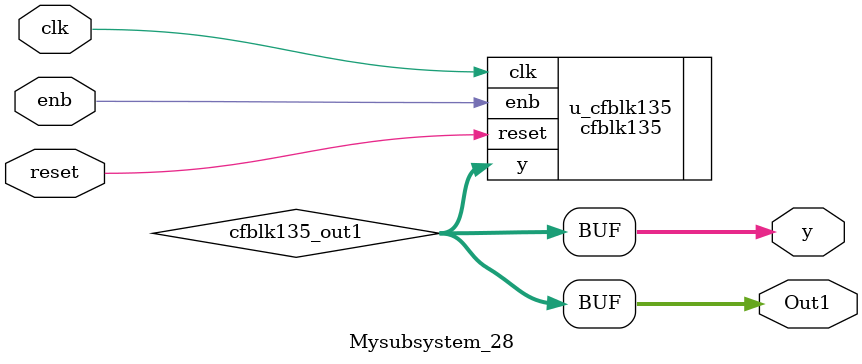
<source format=v>



`timescale 1 ns / 1 ns

module Mysubsystem_28
          (clk,
           reset,
           enb,
           Out1,
           y);


  input   clk;
  input   reset;
  input   enb;
  output  [15:0] Out1;  // uint16
  output  [15:0] y;  // uint16


  wire [15:0] cfblk135_out1;  // uint16


  cfblk135 u_cfblk135 (.clk(clk),
                       .reset(reset),
                       .enb(enb),
                       .y(cfblk135_out1)  // uint16
                       );

  assign Out1 = cfblk135_out1;

  assign y = cfblk135_out1;

endmodule  // Mysubsystem_28


</source>
